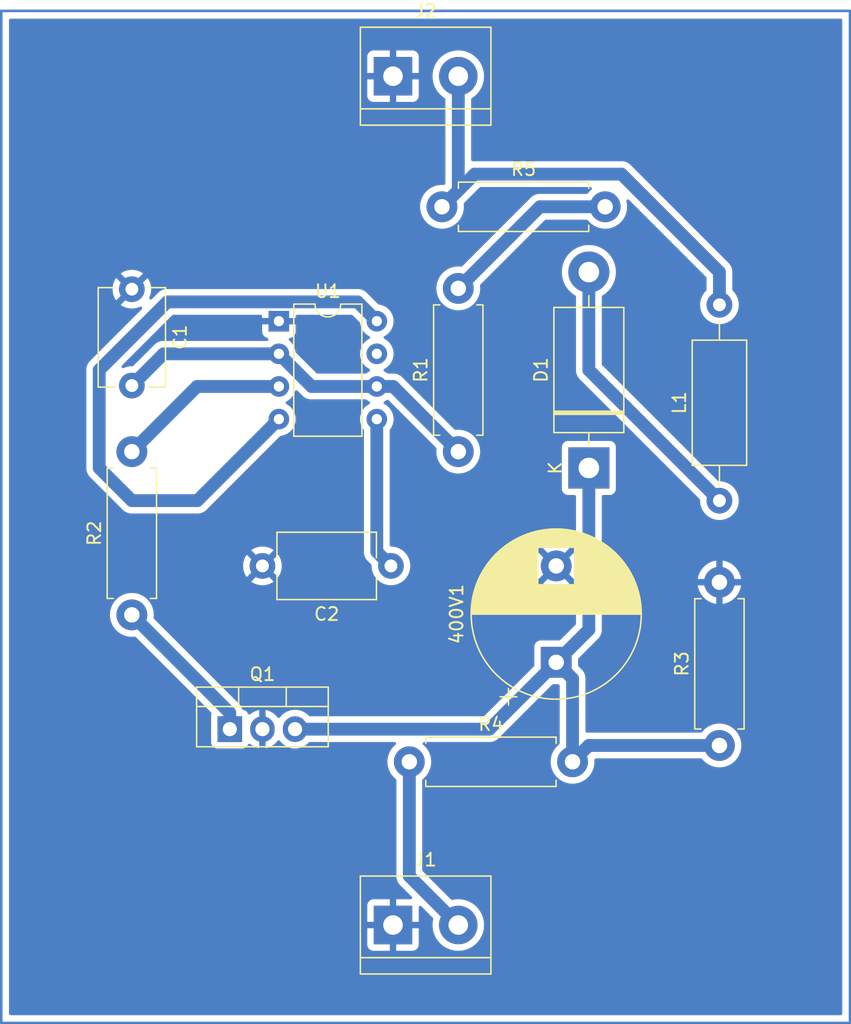
<source format=kicad_pcb>
(kicad_pcb (version 20221018) (generator pcbnew)
  (title_block (title "Zener and Led Tester ") (date "21.12.2022") (rev "1.0") (company "by Muxtar_Safarov"))
  (layers (0 "F.Cu" signal) (31 "B.Cu" signal) (34 "B.Paste" user) (35 "F.Paste" user) (36 "B.SilkS" user "B.Silkscreen") (37 "F.SilkS" user "F.Silkscreen") (38 "B.Mask" user) (39 "F.Mask" user) (44 "Edge.Cuts" user))
  (net 0 "")
  (net 1 "Net-(D1-K)")
  (net 2 "Earth")
  (net 3 "Net-(U1-THR)")
  (net 4 "Net-(U1-CV)")
  (net 5 "Net-(D1-A)")
  (net 6 "Vin")
  (net 7 "+5V")
  (net 8 "Net-(Q1-G)")
  (net 9 "Net-(U1-DIS)")
  (net 10 "out")
  (footprint "Inductor_THT:L_Axial_L9.5mm_D4.0mm_P15.24mm_Horizontal_Fastron_SMCC" (layer "F.Cu") (at 144.78 99.065 90)
    (fp_text reference "L1" (at 7.62 -3.12 90) (layer "F.SilkS"))
    (fp_text value "470uH")
    (fp_line (start 1.24 0) (end 2.75 0) (stroke (width 0.12)) (layer "F.SilkS"))
    (fp_line (start 2.75 -2.12) (end 2.75 2.12) (stroke (width 0.12)) (layer "F.SilkS"))
    (fp_line (start 2.75 2.12) (end 12.49 2.12) (stroke (width 0.12)) (layer "F.SilkS"))
    (fp_line (start 12.49 -2.12) (end 2.75 -2.12) (stroke (width 0.12)) (layer "F.SilkS"))
    (fp_line (start 12.49 2.12) (end 12.49 -2.12) (stroke (width 0.12)) (layer "F.SilkS"))
    (fp_line (start 14 0) (end 12.49 0) (stroke (width 0.12)) (layer "F.SilkS"))
    (pad "1" thru_hole circle (at 0 0 90) (size 2 2) (drill 1) (layers "*.Cu" "*.Mask") (net 5 "Net-(D1-A)"))
    (pad "2" thru_hole oval (at 15.24 0 90) (size 2 2) (drill 1) (layers "*.Cu" "*.Mask") (net 7 "+5V"))
  )
  (footprint "TerminalBlock:TerminalBlock_bornier-2_P5.08mm" (layer "F.Cu") (at 119.38 66.04)
    (fp_text reference "J2" (at 2.54 -5.08) (layer "F.SilkS"))
    (fp_text value "Power supply")
    (fp_line (start -2.54 -3.81) (end -2.54 3.81) (stroke (width 0.12)) (layer "F.SilkS"))
    (fp_line (start -2.54 3.81) (end 7.62 3.81) (stroke (width 0.12)) (layer "F.SilkS"))
    (fp_line (start 7.62 -3.81) (end -2.54 -3.81) (stroke (width 0.12)) (layer "F.SilkS"))
    (fp_line (start 7.62 2.54) (end -2.54 2.54) (stroke (width 0.12)) (layer "F.SilkS"))
    (fp_line (start 7.62 3.81) (end 7.62 -3.81) (stroke (width 0.12)) (layer "F.SilkS"))
    (pad "1" thru_hole rect (at 0 0) (size 3 3) (drill 1.52) (layers "*.Cu" "*.Mask") (net 2 "Earth"))
    (pad "2" thru_hole circle (at 5.08 0) (size 3 3) (drill 1.52) (layers "*.Cu" "*.Mask") (net 7 "+5V"))
  )
  (footprint "Resistor_THT:R_Axial_DIN0411_L9.9mm_D3.6mm_P12.70mm_Horizontal" (layer "F.Cu") (at 99.06 107.95 90)
    (fp_text reference "R2" (at 6.35 -2.92 90) (layer "F.SilkS"))
    (fp_text value "10R")
    (fp_line (start 1.28 -1.92) (end 11.42 -1.92) (stroke (width 0.12)) (layer "F.SilkS"))
    (fp_line (start 1.28 -1.44) (end 1.28 -1.92) (stroke (width 0.12)) (layer "F.SilkS"))
    (fp_line (start 1.28 1.44) (end 1.28 1.92) (stroke (width 0.12)) (layer "F.SilkS"))
    (fp_line (start 1.28 1.92) (end 11.42 1.92) (stroke (width 0.12)) (layer "F.SilkS"))
    (fp_line (start 11.42 -1.92) (end 11.42 -1.44) (stroke (width 0.12)) (layer "F.SilkS"))
    (fp_line (start 11.42 1.92) (end 11.42 1.44) (stroke (width 0.12)) (layer "F.SilkS"))
    (pad "1" thru_hole circle (at 0 0 90) (size 2.4 2.4) (drill 1.2) (layers "*.Cu" "*.Mask") (net 8 "Net-(Q1-G)"))
    (pad "2" thru_hole oval (at 12.7 0 90) (size 2.4 2.4) (drill 1.2) (layers "*.Cu" "*.Mask") (net 10 "out"))
  )
  (footprint "Resistor_THT:R_Axial_DIN0411_L9.9mm_D3.6mm_P12.70mm_Horizontal" (layer "F.Cu") (at 124.46 95.25 90)
    (fp_text reference "R1" (at 6.35 -2.92 90) (layer "F.SilkS"))
    (fp_text value "10K")
    (fp_line (start 1.28 -1.92) (end 11.42 -1.92) (stroke (width 0.12)) (layer "F.SilkS"))
    (fp_line (start 1.28 -1.44) (end 1.28 -1.92) (stroke (width 0.12)) (layer "F.SilkS"))
    (fp_line (start 1.28 1.44) (end 1.28 1.92) (stroke (width 0.12)) (layer "F.SilkS"))
    (fp_line (start 1.28 1.92) (end 11.42 1.92) (stroke (width 0.12)) (layer "F.SilkS"))
    (fp_line (start 11.42 -1.92) (end 11.42 -1.44) (stroke (width 0.12)) (layer "F.SilkS"))
    (fp_line (start 11.42 1.92) (end 11.42 1.44) (stroke (width 0.12)) (layer "F.SilkS"))
    (pad "1" thru_hole circle (at 0 0 90) (size 2.4 2.4) (drill 1.2) (layers "*.Cu" "*.Mask") (net 3 "Net-(U1-THR)"))
    (pad "2" thru_hole oval (at 12.7 0 90) (size 2.4 2.4) (drill 1.2) (layers "*.Cu" "*.Mask") (net 9 "Net-(U1-DIS)"))
  )
  (footprint "Package_TO_SOT_THT:TO-220-3_Vertical" (layer "F.Cu") (at 106.68 116.84)
    (fp_text reference "Q1" (at 2.54 -4.27) (layer "F.SilkS"))
    (fp_text value "IRF840")
    (fp_line (start -2.58 -3.27) (end -2.58 1.371) (stroke (width 0.12)) (layer "F.SilkS"))
    (fp_line (start -2.58 -3.27) (end 7.66 -3.27) (stroke (width 0.12)) (layer "F.SilkS"))
    (fp_line (start -2.58 -1.76) (end 7.66 -1.76) (stroke (width 0.12)) (layer "F.SilkS"))
    (fp_line (start -2.58 1.371) (end 7.66 1.371) (stroke (width 0.12)) (layer "F.SilkS"))
    (fp_line (start 0.69 -3.27) (end 0.69 -1.76) (stroke (width 0.12)) (layer "F.SilkS"))
    (fp_line (start 4.391 -3.27) (end 4.391 -1.76) (stroke (width 0.12)) (layer "F.SilkS"))
    (fp_line (start 7.66 -3.27) (end 7.66 1.371) (stroke (width 0.12)) (layer "F.SilkS"))
    (pad "1" thru_hole rect (at 0 0) (size 1.905 2) (drill 1.1) (layers "*.Cu" "*.Mask") (net 8 "Net-(Q1-G)"))
    (pad "2" thru_hole oval (at 2.54 0) (size 1.905 2) (drill 1.1) (layers "*.Cu" "*.Mask") (net 2 "Earth"))
    (pad "3" thru_hole oval (at 5.08 0) (size 1.905 2) (drill 1.1) (layers "*.Cu" "*.Mask") (net 1 "Net-(D1-K)"))
  )
  (footprint "Capacitor_THT:CP_Radial_D13.0mm_P7.50mm" (layer "F.Cu") (at 132.08 111.64 90)
    (fp_text reference "400V1" (at 3.75 -7.75 90) (layer "F.SilkS"))
    (fp_text value "2,2uF")
    (fp_line (start -3.334569 -3.715) (end -2.034569 -3.715) (stroke (width 0.12)) (layer "F.SilkS"))
    (fp_line (start -2.684569 -4.365) (end -2.684569 -3.065) (stroke (width 0.12)) (layer "F.SilkS"))
    (fp_line (start 3.75 -6.58) (end 3.75 6.58) (stroke (width 0.12)) (layer "F.SilkS"))
    (fp_line (start 3.79 -6.58) (end 3.79 6.58) (stroke (width 0.12)) (layer "F.SilkS"))
    (fp_line (start 3.83 -6.58) (end 3.83 6.58) (stroke (width 0.12)) (layer "F.SilkS"))
    (fp_line (start 3.87 -6.579) (end 3.87 6.579) (stroke (width 0.12)) (layer "F.SilkS"))
    (fp_line (start 3.91 -6.579) (end 3.91 6.579) (stroke (width 0.12)) (layer "F.SilkS"))
    (fp_line (start 3.95 -6.577) (end 3.95 6.577) (stroke (width 0.12)) (layer "F.SilkS"))
    (fp_line (start 3.99 -6.576) (end 3.99 6.576) (stroke (width 0.12)) (layer "F.SilkS"))
    (fp_line (start 4.03 -6.575) (end 4.03 6.575) (stroke (width 0.12)) (layer "F.SilkS"))
    (fp_line (start 4.07 -6.573) (end 4.07 6.573) (stroke (width 0.12)) (layer "F.SilkS"))
    (fp_line (start 4.11 -6.571) (end 4.11 6.571) (stroke (width 0.12)) (layer "F.SilkS"))
    (fp_line (start 4.15 -6.568) (end 4.15 6.568) (stroke (width 0.12)) (layer "F.SilkS"))
    (fp_line (start 4.19 -6.566) (end 4.19 6.566) (stroke (width 0.12)) (layer "F.SilkS"))
    (fp_line (start 4.23 -6.563) (end 4.23 6.563) (stroke (width 0.12)) (layer "F.SilkS"))
    (fp_line (start 4.27 -6.56) (end 4.27 6.56) (stroke (width 0.12)) (layer "F.SilkS"))
    (fp_line (start 4.31 -6.557) (end 4.31 6.557) (stroke (width 0.12)) (layer "F.SilkS"))
    (fp_line (start 4.35 -6.553) (end 4.35 6.553) (stroke (width 0.12)) (layer "F.SilkS"))
    (fp_line (start 4.39 -6.549) (end 4.39 6.549) (stroke (width 0.12)) (layer "F.SilkS"))
    (fp_line (start 4.43 -6.545) (end 4.43 6.545) (stroke (width 0.12)) (layer "F.SilkS"))
    (fp_line (start 4.471 -6.541) (end 4.471 6.541) (stroke (width 0.12)) (layer "F.SilkS"))
    (fp_line (start 4.511 -6.537) (end 4.511 6.537) (stroke (width 0.12)) (layer "F.SilkS"))
    (fp_line (start 4.551 -6.532) (end 4.551 6.532) (stroke (width 0.12)) (layer "F.SilkS"))
    (fp_line (start 4.591 -6.527) (end 4.591 6.527) (stroke (width 0.12)) (layer "F.SilkS"))
    (fp_line (start 4.631 -6.522) (end 4.631 6.522) (stroke (width 0.12)) (layer "F.SilkS"))
    (fp_line (start 4.671 -6.516) (end 4.671 6.516) (stroke (width 0.12)) (layer "F.SilkS"))
    (fp_line (start 4.711 -6.511) (end 4.711 6.511) (stroke (width 0.12)) (layer "F.SilkS"))
    (fp_line (start 4.751 -6.505) (end 4.751 6.505) (stroke (width 0.12)) (layer "F.SilkS"))
    (fp_line (start 4.791 -6.498) (end 4.791 6.498) (stroke (width 0.12)) (layer "F.SilkS"))
    (fp_line (start 4.831 -6.492) (end 4.831 6.492) (stroke (width 0.12)) (layer "F.SilkS"))
    (fp_line (start 4.871 -6.485) (end 4.871 6.485) (stroke (width 0.12)) (layer "F.SilkS"))
    (fp_line (start 4.911 -6.478) (end 4.911 6.478) (stroke (width 0.12)) (layer "F.SilkS"))
    (fp_line (start 4.951 -6.471) (end 4.951 6.471) (stroke (width 0.12)) (layer "F.SilkS"))
    (fp_line (start 4.991 -6.463) (end 4.991 6.463) (stroke (width 0.12)) (layer "F.SilkS"))
    (fp_line (start 5.031 -6.456) (end 5.031 6.456) (stroke (width 0.12)) (layer "F.SilkS"))
    (fp_line (start 5.071 -6.448) (end 5.071 6.448) (stroke (width 0.12)) (layer "F.SilkS"))
    (fp_line (start 5.111 -6.439) (end 5.111 6.439) (stroke (width 0.12)) (layer "F.SilkS"))
    (fp_line (start 5.151 -6.431) (end 5.151 6.431) (stroke (width 0.12)) (layer "F.SilkS"))
    (fp_line (start 5.191 -6.422) (end 5.191 6.422) (stroke (width 0.12)) (layer "F.SilkS"))
    (fp_line (start 5.231 -6.413) (end 5.231 6.413) (stroke (width 0.12)) (layer "F.SilkS"))
    (fp_line (start 5.271 -6.404) (end 5.271 6.404) (stroke (width 0.12)) (layer "F.SilkS"))
    (fp_line (start 5.311 -6.394) (end 5.311 6.394) (stroke (width 0.12)) (layer "F.SilkS"))
    (fp_line (start 5.351 -6.384) (end 5.351 6.384) (stroke (width 0.12)) (layer "F.SilkS"))
    (fp_line (start 5.391 -6.374) (end 5.391 6.374) (stroke (width 0.12)) (layer "F.SilkS"))
    (fp_line (start 5.431 -6.364) (end 5.431 6.364) (stroke (width 0.12)) (layer "F.SilkS"))
    (fp_line (start 5.471 -6.353) (end 5.471 6.353) (stroke (width 0.12)) (layer "F.SilkS"))
    (fp_line (start 5.511 -6.342) (end 5.511 6.342) (stroke (width 0.12)) (layer "F.SilkS"))
    (fp_line (start 5.551 -6.331) (end 5.551 6.331) (stroke (width 0.12)) (layer "F.SilkS"))
    (fp_line (start 5.591 -6.32) (end 5.591 6.32) (stroke (width 0.12)) (layer "F.SilkS"))
    (fp_line (start 5.631 -6.308) (end 5.631 6.308) (stroke (width 0.12)) (layer "F.SilkS"))
    (fp_line (start 5.671 -6.296) (end 5.671 6.296) (stroke (width 0.12)) (layer "F.SilkS"))
    (fp_line (start 5.711 -6.284) (end 5.711 6.284) (stroke (width 0.12)) (layer "F.SilkS"))
    (fp_line (start 5.751 -6.271) (end 5.751 6.271) (stroke (width 0.12)) (layer "F.SilkS"))
    (fp_line (start 5.791 -6.258) (end 5.791 6.258) (stroke (width 0.12)) (layer "F.SilkS"))
    (fp_line (start 5.831 -6.245) (end 5.831 6.245) (stroke (width 0.12)) (layer "F.SilkS"))
    (fp_line (start 5.871 -6.232) (end 5.871 6.232) (stroke (width 0.12)) (layer "F.SilkS"))
    (fp_line (start 5.911 -6.218) (end 5.911 6.218) (stroke (width 0.12)) (layer "F.SilkS"))
    (fp_line (start 5.951 -6.204) (end 5.951 6.204) (stroke (width 0.12)) (layer "F.SilkS"))
    (fp_line (start 5.991 -6.19) (end 5.991 6.19) (stroke (width 0.12)) (layer "F.SilkS"))
    (fp_line (start 6.031 -6.175) (end 6.031 6.175) (stroke (width 0.12)) (layer "F.SilkS"))
    (fp_line (start 6.071 -6.161) (end 6.071 -1.44) (stroke (width 0.12)) (layer "F.SilkS"))
    (fp_line (start 6.071 1.44) (end 6.071 6.161) (stroke (width 0.12)) (layer "F.SilkS"))
    (fp_line (start 6.111 -6.146) (end 6.111 -1.44) (stroke (width 0.12)) (layer "F.SilkS"))
    (fp_line (start 6.111 1.44) (end 6.111 6.146) (stroke (width 0.12)) (layer "F.SilkS"))
    (fp_line (start 6.151 -6.13) (end 6.151 -1.44) (stroke (width 0.12)) (layer "F.SilkS"))
    (fp_line (start 6.151 1.44) (end 6.151 6.13) (stroke (width 0.12)) (layer "F.SilkS"))
    (fp_line (start 6.191 -6.114) (end 6.191 -1.44) (stroke (width 0.12)) (layer "F.SilkS"))
    (fp_line (start 6.191 1.44) (end 6.191 6.114) (stroke (width 0.12)) (layer "F.SilkS"))
    (fp_line (start 6.231 -6.098) (end 6.231 -1.44) (stroke (width 0.12)) (layer "F.SilkS"))
    (fp_line (start 6.231 1.44) (end 6.231 6.098) (stroke (width 0.12)) (layer "F.SilkS"))
    (fp_line (start 6.271 -6.082) (end 6.271 -1.44) (stroke (width 0.12)) (layer "F.SilkS"))
    (fp_line (start 6.271 1.44) (end 6.271 6.082) (stroke (width 0.12)) (layer "F.SilkS"))
    (fp_line (start 6.311 -6.065) (end 6.311 -1.44) (stroke (width 0.12)) (layer "F.SilkS"))
    (fp_line (start 6.311 1.44) (end 6.311 6.065) (stroke (width 0.12)) (layer "F.SilkS"))
    (fp_line (start 6.351 -6.049) (end 6.351 -1.44) (stroke (width 0.12)) (layer "F.SilkS"))
    (fp_line (start 6.351 1.44) (end 6.351 6.049) (stroke (width 0.12)) (layer "F.SilkS"))
    (fp_line (start 6.391 -6.031) (end 6.391 -1.44) (stroke (width 0.12)) (layer "F.SilkS"))
    (fp_line (start 6.391 1.44) (end 6.391 6.031) (stroke (width 0.12)) (layer "F.SilkS"))
    (fp_line (start 6.431 -6.014) (end 6.431 -1.44) (stroke (width 0.12)) (layer "F.SilkS"))
    (fp_line (start 6.431 1.44) (end 6.431 6.014) (stroke (width 0.12)) (layer "F.SilkS"))
    (fp_line (start 6.471 -5.996) (end 6.471 -1.44) (stroke (width 0.12)) (layer "F.SilkS"))
    (fp_line (start 6.471 1.44) (end 6.471 5.996) (stroke (width 0.12)) (layer "F.SilkS"))
    (fp_line (start 6.511 -5.978) (end 6.511 -1.44) (stroke (width 0.12)) (layer "F.SilkS"))
    (fp_line (start 6.511 1.44) (end 6.511 5.978) (stroke (width 0.12)) (layer "F.SilkS"))
    (fp_line (start 6.551 -5.959) (end 6.551 -1.44) (stroke (width 0.12)) (layer "F.SilkS"))
    (fp_line (start 6.551 1.44) (end 6.551 5.959) (stroke (width 0.12)) (layer "F.SilkS"))
    (fp_line (start 6.591 -5.94) (end 6.591 -1.44) (stroke (width 0.12)) (layer "F.SilkS"))
    (fp_line (start 6.591 1.44) (end 6.591 5.94) (stroke (width 0.12)) (layer "F.SilkS"))
    (fp_line (start 6.631 -5.921) (end 6.631 -1.44) (stroke (width 0.12)) (layer "F.SilkS"))
    (fp_line (start 6.631 1.44) (end 6.631 5.921) (stroke (width 0.12)) (layer "F.SilkS"))
    (fp_line (start 6.671 -5.902) (end 6.671 -1.44) (stroke (width 0.12)) (layer "F.SilkS"))
    (fp_line (start 6.671 1.44) (end 6.671 5.902) (stroke (width 0.12)) (layer "F.SilkS"))
    (fp_line (start 6.711 -5.882) (end 6.711 -1.44) (stroke (width 0.12)) (layer "F.SilkS"))
    (fp_line (start 6.711 1.44) (end 6.711 5.882) (stroke (width 0.12)) (layer "F.SilkS"))
    (fp_line (start 6.751 -5.862) (end 6.751 -1.44) (stroke (width 0.12)) (layer "F.SilkS"))
    (fp_line (start 6.751 1.44) (end 6.751 5.862) (stroke (width 0.12)) (layer "F.SilkS"))
    (fp_line (start 6.791 -5.841) (end 6.791 -1.44) (stroke (width 0.12)) (layer "F.SilkS"))
    (fp_line (start 6.791 1.44) (end 6.791 5.841) (stroke (width 0.12)) (layer "F.SilkS"))
    (fp_line (start 6.831 -5.82) (end 6.831 -1.44) (stroke (width 0.12)) (layer "F.SilkS"))
    (fp_line (start 6.831 1.44) (end 6.831 5.82) (stroke (width 0.12)) (layer "F.SilkS"))
    (fp_line (start 6.871 -5.799) (end 6.871 -1.44) (stroke (width 0.12)) (layer "F.SilkS"))
    (fp_line (start 6.871 1.44) (end 6.871 5.799) (stroke (width 0.12)) (layer "F.SilkS"))
    (fp_line (start 6.911 -5.778) (end 6.911 -1.44) (stroke (width 0.12)) (layer "F.SilkS"))
    (fp_line (start 6.911 1.44) (end 6.911 5.778) (stroke (width 0.12)) (layer "F.SilkS"))
    (fp_line (start 6.951 -5.756) (end 6.951 -1.44) (stroke (width 0.12)) (layer "F.SilkS"))
    (fp_line (start 6.951 1.44) (end 6.951 5.756) (stroke (width 0.12)) (layer "F.SilkS"))
    (fp_line (start 6.991 -5.733) (end 6.991 -1.44) (stroke (width 0.12)) (layer "F.SilkS"))
    (fp_line (start 6.991 1.44) (end 6.991 5.733) (stroke (width 0.12)) (layer "F.SilkS"))
    (fp_line (start 7.031 -5.711) (end 7.031 -1.44) (stroke (width 0.12)) (layer "F.SilkS"))
    (fp_line (start 7.031 1.44) (end 7.031 5.711) (stroke (width 0.12)) (layer "F.SilkS"))
    (fp_line (start 7.071 -5.688) (end 7.071 -1.44) (stroke (width 0.12)) (layer "F.SilkS"))
    (fp_line (start 7.071 1.44) (end 7.071 5.688) (stroke (width 0.12)) (layer "F.SilkS"))
    (fp_line (start 7.111 -5.664) (end 7.111 -1.44) (stroke (width 0.12)) (layer "F.SilkS"))
    (fp_line (start 7.111 1.44) (end 7.111 5.664) (stroke (width 0.12)) (layer "F.SilkS"))
    (fp_line (start 7.151 -5.641) (end 7.151 -1.44) (stroke (width 0.12)) (layer "F.SilkS"))
    (fp_line (start 7.151 1.44) (end 7.151 5.641) (stroke (width 0.12)) (layer "F.SilkS"))
    (fp_line (start 7.191 -5.617) (end 7.191 -1.44) (stroke (width 0.12)) (layer "F.SilkS"))
    (fp_line (start 7.191 1.44) (end 7.191 5.617) (stroke (width 0.12)) (layer "F.SilkS"))
    (fp_line (start 7.231 -5.592) (end 7.231 -1.44) (stroke (width 0.12)) (layer "F.SilkS"))
    (fp_line (start 7.231 1.44) (end 7.231 5.592) (stroke (width 0.12)) (layer "F.SilkS"))
    (fp_line (start 7.271 -5.567) (end 7.271 -1.44) (stroke (width 0.12)) (layer "F.SilkS"))
    (fp_line (start 7.271 1.44) (end 7.271 5.567) (stroke (width 0.12)) (layer "F.SilkS"))
    (fp_line (start 7.311 -5.542) (end 7.311 -1.44) (stroke (width 0.12)) (layer "F.SilkS"))
    (fp_line (start 7.311 1.44) (end 7.311 5.542) (stroke (width 0.12)) (layer "F.SilkS"))
    (fp_line (start 7.351 -5.516) (end 7.351 -1.44) (stroke (width 0.12)) (layer "F.SilkS"))
    (fp_line (start 7.351 1.44) (end 7.351 5.516) (stroke (width 0.12)) (layer "F.SilkS"))
    (fp_line (start 7.391 -5.49) (end 7.391 -1.44) (stroke (width 0.12)) (layer "F.SilkS"))
    (fp_line (start 7.391 1.44) (end 7.391 5.49) (stroke (width 0.12)) (layer "F.SilkS"))
    (fp_line (start 7.431 -5.463) (end 7.431 -1.44) (stroke (width 0.12)) (layer "F.SilkS"))
    (fp_line (start 7.431 1.44) (end 7.431 5.463) (stroke (width 0.12)) (layer "F.SilkS"))
    (fp_line (start 7.471 -5.436) (end 7.471 -1.44) (stroke (width 0.12)) (layer "F.SilkS"))
    (fp_line (start 7.471 1.44) (end 7.471 5.436) (stroke (width 0.12)) (layer "F.SilkS"))
    (fp_line (start 7.511 -5.409) (end 7.511 -1.44) (stroke (width 0.12)) (layer "F.SilkS"))
    (fp_line (start 7.511 1.44) (end 7.511 5.409) (stroke (width 0.12)) (layer "F.SilkS"))
    (fp_line (start 7.551 -5.381) (end 7.551 -1.44) (stroke (width 0.12)) (layer "F.SilkS"))
    (fp_line (start 7.551 1.44) (end 7.551 5.381) (stroke (width 0.12)) (layer "F.SilkS"))
    (fp_line (start 7.591 -5.353) (end 7.591 -1.44) (stroke (width 0.12)) (layer "F.SilkS"))
    (fp_line (start 7.591 1.44) (end 7.591 5.353) (stroke (width 0.12)) (layer "F.SilkS"))
    (fp_line (start 7.631 -5.324) (end 7.631 -1.44) (stroke (width 0.12)) (layer "F.SilkS"))
    (fp_line (start 7.631 1.44) (end 7.631 5.324) (stroke (width 0.12)) (layer "F.SilkS"))
    (fp_line (start 7.671 -5.295) (end 7.671 -1.44) (stroke (width 0.12)) (layer "F.SilkS"))
    (fp_line (start 7.671 1.44) (end 7.671 5.295) (stroke (width 0.12)) (layer "F.SilkS"))
    (fp_line (start 7.711 -5.265) (end 7.711 -1.44) (stroke (width 0.12)) (layer "F.SilkS"))
    (fp_line (start 7.711 1.44) (end 7.711 5.265) (stroke (width 0.12)) (layer "F.SilkS"))
    (fp_line (start 7.751 -5.235) (end 7.751 -1.44) (stroke (width 0.12)) (layer "F.SilkS"))
    (fp_line (start 7.751 1.44) (end 7.751 5.235) (stroke (width 0.12)) (layer "F.SilkS"))
    (fp_line (start 7.791 -5.205) (end 7.791 -1.44) (stroke (width 0.12)) (layer "F.SilkS"))
    (fp_line (start 7.791 1.44) (end 7.791 5.205) (stroke (width 0.12)) (layer "F.SilkS"))
    (fp_line (start 7.831 -5.174) (end 7.831 -1.44) (stroke (width 0.12)) (layer "F.SilkS"))
    (fp_line (start 7.831 1.44) (end 7.831 5.174) (stroke (width 0.12)) (layer "F.SilkS"))
    (fp_line (start 7.871 -5.142) (end 7.871 -1.44) (stroke (width 0.12)) (layer "F.SilkS"))
    (fp_line (start 7.871 1.44) (end 7.871 5.142) (stroke (width 0.12)) (layer "F.SilkS"))
    (fp_line (start 7.911 -5.11) (end 7.911 -1.44) (stroke (width 0.12)) (layer "F.SilkS"))
    (fp_line (start 7.911 1.44) (end 7.911 5.11) (stroke (width 0.12)) (layer "F.SilkS"))
    (fp_line (start 7.951 -5.078) (end 7.951 -1.44) (stroke (width 0.12)) (layer "F.SilkS"))
    (fp_line (start 7.951 1.44) (end 7.951 5.078) (stroke (width 0.12)) (layer "F.SilkS"))
    (fp_line (start 7.991 -5.044) (end 7.991 -1.44) (stroke (width 0.12)) (layer "F.SilkS"))
    (fp_line (start 7.991 1.44) (end 7.991 5.044) (stroke (width 0.12)) (layer "F.SilkS"))
    (fp_line (start 8.031 -5.011) (end 8.031 -1.44) (stroke (width 0.12)) (layer "F.SilkS"))
    (fp_line (start 8.031 1.44) (end 8.031 5.011) (stroke (width 0.12)) (layer "F.SilkS"))
    (fp_line (start 8.071 -4.977) (end 8.071 -1.44) (stroke (width 0.12)) (layer "F.SilkS"))
    (fp_line (start 8.071 1.44) (end 8.071 4.977) (stroke (width 0.12)) (layer "F.SilkS"))
    (fp_line (start 8.111 -4.942) (end 8.111 -1.44) (stroke (width 0.12)) (layer "F.SilkS"))
    (fp_line (start 8.111 1.44) (end 8.111 4.942) (stroke (width 0.12)) (layer "F.SilkS"))
    (fp_line (start 8.151 -4.907) (end 8.151 -1.44) (stroke (width 0.12)) (layer "F.SilkS"))
    (fp_line (start 8.151 1.44) (end 8.151 4.907) (stroke (width 0.12)) (layer "F.SilkS"))
    (fp_line (start 8.191 -4.871) (end 8.191 -1.44) (stroke (width 0.12)) (layer "F.SilkS"))
    (fp_line (start 8.191 1.44) (end 8.191 4.871) (stroke (width 0.12)) (layer "F.SilkS"))
    (fp_line (start 8.231 -4.834) (end 8.231 -1.44) (stroke (width 0.12)) (layer "F.SilkS"))
    (fp_line (start 8.231 1.44) (end 8.231 4.834) (stroke (width 0.12)) (layer "F.SilkS"))
    (fp_line (start 8.271 -4.797) (end 8.271 -1.44) (stroke (width 0.12)) (layer "F.SilkS"))
    (fp_line (start 8.271 1.44) (end 8.271 4.797) (stroke (width 0.12)) (layer "F.SilkS"))
    (fp_line (start 8.311 -4.76) (end 8.311 -1.44) (stroke (width 0.12)) (layer "F.SilkS"))
    (fp_line (start 8.311 1.44) (end 8.311 4.76) (stroke (width 0.12)) (layer "F.SilkS"))
    (fp_line (start 8.351 -4.721) (end 8.351 -1.44) (stroke (width 0.12)) (layer "F.SilkS"))
    (fp_line (start 8.351 1.44) (end 8.351 4.721) (stroke (width 0.12)) (layer "F.SilkS"))
    (fp_line (start 8.391 -4.682) (end 8.391 -1.44) (stroke (width 0.12)) (layer "F.SilkS"))
    (fp_line (start 8.391 1.44) (end 8.391 4.682) (stroke (width 0.12)) (layer "F.SilkS"))
    (fp_line (start 8.431 -4.643) (end 8.431 -1.44) (stroke (width 0.12)) (layer "F.SilkS"))
    (fp_line (start 8.431 1.44) (end 8.431 4.643) (stroke (width 0.12)) (layer "F.SilkS"))
    (fp_line (start 8.471 -4.602) (end 8.471 -1.44) (stroke (width 0.12)) (layer "F.SilkS"))
    (fp_line (start 8.471 1.44) (end 8.471 4.602) (stroke (width 0.12)) (layer "F.SilkS"))
    (fp_line (start 8.511 -4.561) (end 8.511 -1.44) (stroke (width 0.12)) (layer "F.SilkS"))
    (fp_line (start 8.511 1.44) (end 8.511 4.561) (stroke (width 0.12)) (layer "F.SilkS"))
    (fp_line (start 8.551 -4.519) (end 8.551 -1.44) (stroke (width 0.12)) (layer "F.SilkS"))
    (fp_line (start 8.551 1.44) (end 8.551 4.519) (stroke (width 0.12)) (layer "F.SilkS"))
    (fp_line (start 8.591 -4.477) (end 8.591 -1.44) (stroke (width 0.12)) (layer "F.SilkS"))
    (fp_line (start 8.591 1.44) (end 8.591 4.477) (stroke (width 0.12)) (layer "F.SilkS"))
    (fp_line (start 8.631 -4.434) (end 8.631 -1.44) (stroke (width 0.12)) (layer "F.SilkS"))
    (fp_line (start 8.631 1.44) (end 8.631 4.434) (stroke (width 0.12)) (layer "F.SilkS"))
    (fp_line (start 8.671 -4.39) (end 8.671 -1.44) (stroke (width 0.12)) (layer "F.SilkS"))
    (fp_line (start 8.671 1.44) (end 8.671 4.39) (stroke (width 0.12)) (layer "F.SilkS"))
    (fp_line (start 8.711 -4.345) (end 8.711 -1.44) (stroke (width 0.12)) (layer "F.SilkS"))
    (fp_line (start 8.711 1.44) (end 8.711 4.345) (stroke (width 0.12)) (layer "F.SilkS"))
    (fp_line (start 8.751 -4.299) (end 8.751 -1.44) (stroke (width 0.12)) (layer "F.SilkS"))
    (fp_line (start 8.751 1.44) (end 8.751 4.299) (stroke (width 0.12)) (layer "F.SilkS"))
    (fp_line (start 8.791 -4.253) (end 8.791 -1.44) (stroke (width 0.12)) (layer "F.SilkS"))
    (fp_line (start 8.791 1.44) (end 8.791 4.253) (stroke (width 0.12)) (layer "F.SilkS"))
    (fp_line (start 8.831 -4.205) (end 8.831 -1.44) (stroke (width 0.12)) (layer "F.SilkS"))
    (fp_line (start 8.831 1.44) (end 8.831 4.205) (stroke (width 0.12)) (layer "F.SilkS"))
    (fp_line (start 8.871 -4.157) (end 8.871 -1.44) (stroke (width 0.12)) (layer "F.SilkS"))
    (fp_line (start 8.871 1.44) (end 8.871 4.157) (stroke (width 0.12)) (layer "F.SilkS"))
    (fp_line (start 8.911 -4.108) (end 8.911 -1.44) (stroke (width 0.12)) (layer "F.SilkS"))
    (fp_line (start 8.911 1.44) (end 8.911 4.108) (stroke (width 0.12)) (layer "F.SilkS"))
    (fp_line (start 8.951 -4.057) (end 8.951 4.057) (stroke (width 0.12)) (layer "F.SilkS"))
    (fp_line (start 8.991 -4.006) (end 8.991 4.006) (stroke (width 0.12)) (layer "F.SilkS"))
    (fp_line (start 9.031 -3.954) (end 9.031 3.954) (stroke (width 0.12)) (layer "F.SilkS"))
    (fp_line (start 9.071 -3.9) (end 9.071 3.9) (stroke (width 0.12)) (layer "F.SilkS"))
    (fp_line (start 9.111 -3.846) (end 9.111 3.846) (stroke (width 0.12)) (layer "F.SilkS"))
    (fp_line (start 9.151 -3.79) (end 9.151 3.79) (stroke (width 0.12)) (layer "F.SilkS"))
    (fp_line (start 9.191 -3.733) (end 9.191 3.733) (stroke (width 0.12)) (layer "F.SilkS"))
    (fp_line (start 9.231 -3.675) (end 9.231 3.675) (stroke (width 0.12)) (layer "F.SilkS"))
    (fp_line (start 9.271 -3.615) (end 9.271 3.615) (stroke (width 0.12)) (layer "F.SilkS"))
    (fp_line (start 9.311 -3.554) (end 9.311 3.554) (stroke (width 0.12)) (layer "F.SilkS"))
    (fp_line (start 9.351 -3.491) (end 9.351 3.491) (stroke (width 0.12)) (layer "F.SilkS"))
    (fp_line (start 9.391 -3.427) (end 9.391 3.427) (stroke (width 0.12)) (layer "F.SilkS"))
    (fp_line (start 9.431 -3.361) (end 9.431 3.361) (stroke (width 0.12)) (layer "F.SilkS"))
    (fp_line (start 9.471 -3.293) (end 9.471 3.293) (stroke (width 0.12)) (layer "F.SilkS"))
    (fp_line (start 9.511 -3.223) (end 9.511 3.223) (stroke (width 0.12)) (layer "F.SilkS"))
    (fp_line (start 9.551 -3.152) (end 9.551 3.152) (stroke (width 0.12)) (layer "F.SilkS"))
    (fp_line (start 9.591 -3.078) (end 9.591 3.078) (stroke (width 0.12)) (layer "F.SilkS"))
    (fp_line (start 9.631 -3.002) (end 9.631 3.002) (stroke (width 0.12)) (layer "F.SilkS"))
    (fp_line (start 9.671 -2.923) (end 9.671 2.923) (stroke (width 0.12)) (layer "F.SilkS"))
    (fp_line (start 9.711 -2.842) (end 9.711 2.842) (stroke (width 0.12)) (layer "F.SilkS"))
    (fp_line (start 9.751 -2.758) (end 9.751 2.758) (stroke (width 0.12)) (layer "F.SilkS"))
    (fp_line (start 9.791 -2.67) (end 9.791 2.67) (stroke (width 0.12)) (layer "F.SilkS"))
    (fp_line (start 9.831 -2.579) (end 9.831 2.579) (stroke (width 0.12)) (layer "F.SilkS"))
    (fp_line (start 9.871 -2.484) (end 9.871 2.484) (stroke (width 0.12)) (layer "F.SilkS"))
    (fp_line (start 9.911 -2.385) (end 9.911 2.385) (stroke (width 0.12)) (layer "F.SilkS"))
    (fp_line (start 9.951 -2.281) (end 9.951 2.281) (stroke (width 0.12)) (layer "F.SilkS"))
    (fp_line (start 9.991 -2.171) (end 9.991 2.171) (stroke (width 0.12)) (layer "F.SilkS"))
    (fp_line (start 10.031 -2.055) (end 10.031 2.055) (stroke (width 0.12)) (layer "F.SilkS"))
    (fp_line (start 10.071 -1.931) (end 10.071 1.931) (stroke (width 0.12)) (layer "F.SilkS"))
    (fp_line (start 10.111 -1.798) (end 10.111 1.798) (stroke (width 0.12)) (layer "F.SilkS"))
    (fp_line (start 10.151 -1.653) (end 10.151 1.653) (stroke (width 0.12)) (layer "F.SilkS"))
    (fp_line (start 10.191 -1.494) (end 10.191 1.494) (stroke (width 0.12)) (layer "F.SilkS"))
    (fp_line (start 10.231 -1.315) (end 10.231 1.315) (stroke (width 0.12)) (layer "F.SilkS"))
    (fp_line (start 10.271 -1.107) (end 10.271 1.107) (stroke (width 0.12)) (layer "F.SilkS"))
    (fp_line (start 10.311 -0.85) (end 10.311 0.85) (stroke (width 0.12)) (layer "F.SilkS"))
    (fp_line (start 10.351 -0.475) (end 10.351 0.475) (stroke (width 0.12)) (layer "F.SilkS"))
    (fp_circle (center 3.75 0) (end 10.37 0) (stroke (width 0.12)) (fill none) (layer "F.SilkS"))
    (pad "1" thru_hole rect (at 0 0 90) (size 2.4 2.4) (drill 1.2) (layers "*.Cu" "*.Mask") (net 1 "Net-(D1-K)"))
    (pad "2" thru_hole circle (at 7.5 0 90) (size 2.4 2.4) (drill 1.2) (layers "*.Cu" "*.Mask") (net 2 "Earth"))
  )
  (footprint "Resistor_THT:R_Axial_DIN0411_L9.9mm_D3.6mm_P12.70mm_Horizontal" (layer "F.Cu") (at 120.65 119.38)
    (fp_text reference "R4" (at 6.35 -2.92) (layer "F.SilkS"))
    (fp_text value "150K")
    (fp_line (start 1.28 -1.92) (end 11.42 -1.92) (stroke (width 0.12)) (layer "F.SilkS"))
    (fp_line (start 1.28 -1.44) (end 1.28 -1.92) (stroke (width 0.12)) (layer "F.SilkS"))
    (fp_line (start 1.28 1.44) (end 1.28 1.92) (stroke (width 0.12)) (layer "F.SilkS"))
    (fp_line (start 1.28 1.92) (end 11.42 1.92) (stroke (width 0.12)) (layer "F.SilkS"))
    (fp_line (start 11.42 -1.92) (end 11.42 -1.44) (stroke (width 0.12)) (layer "F.SilkS"))
    (fp_line (start 11.42 1.92) (end 11.42 1.44) (stroke (width 0.12)) (layer "F.SilkS"))
    (pad "1" thru_hole circle (at 0 0) (size 2.4 2.4) (drill 1.2) (layers "*.Cu" "*.Mask") (net 6 "Vin"))
    (pad "2" thru_hole oval (at 12.7 0) (size 2.4 2.4) (drill 1.2) (layers "*.Cu" "*.Mask") (net 1 "Net-(D1-K)"))
  )
  (footprint "Package_DIP:DIP-8_W7.62mm" (layer "F.Cu") (at 110.5 85.1)
    (fp_text reference "U1" (at 3.81 -2.33) (layer "F.SilkS"))
    (fp_text value "NE555P")
    (fp_line (start 1.16 -1.33) (end 1.16 8.95) (stroke (width 0.12)) (layer "F.SilkS"))
    (fp_line (start 1.16 8.95) (end 6.46 8.95) (stroke (width 0.12)) (layer "F.SilkS"))
    (fp_line (start 2.81 -1.33) (end 1.16 -1.33) (stroke (width 0.12)) (layer "F.SilkS"))
    (fp_line (start 6.46 -1.33) (end 4.81 -1.33) (stroke (width 0.12)) (layer "F.SilkS"))
    (fp_line (start 6.46 8.95) (end 6.46 -1.33) (stroke (width 0.12)) (layer "F.SilkS"))
    (fp_arc (start 4.81 -1.33) (mid 3.81 -0.33) (end 2.81 -1.33) (stroke (width 0.12)) (layer "F.SilkS"))
    (pad "1" thru_hole rect (at 0 0) (size 1.6 1.6) (drill 0.8) (layers "*.Cu" "*.Mask") (net 2 "Earth"))
    (pad "2" thru_hole oval (at 0 2.54) (size 1.6 1.6) (drill 0.8) (layers "*.Cu" "*.Mask") (net 3 "Net-(U1-THR)"))
    (pad "3" thru_hole oval (at 0 5.08) (size 1.6 1.6) (drill 0.8) (layers "*.Cu" "*.Mask") (net 10 "out"))
    (pad "4" thru_hole oval (at 0 7.62) (size 1.6 1.6) (drill 0.8) (layers "*.Cu" "*.Mask") (net 7 "+5V"))
    (pad "5" thru_hole oval (at 7.62 7.62) (size 1.6 1.6) (drill 0.8) (layers "*.Cu" "*.Mask") (net 4 "Net-(U1-CV)"))
    (pad "6" thru_hole oval (at 7.62 5.08) (size 1.6 1.6) (drill 0.8) (layers "*.Cu" "*.Mask") (net 3 "Net-(U1-THR)"))
    (pad "7" thru_hole oval (at 7.62 2.54) (size 1.6 1.6) (drill 0.8) (layers "*.Cu" "*.Mask") (net 9 "Net-(U1-DIS)"))
    (pad "8" thru_hole oval (at 7.62 0) (size 1.6 1.6) (drill 0.8) (layers "*.Cu" "*.Mask") (net 7 "+5V"))
  )
  (footprint "Capacitor_THT:C_Disc_D7.5mm_W5.0mm_P10.00mm" (layer "F.Cu") (at 119.22 104.14 180)
    (fp_text reference "C2" (at 5 -3.75) (layer "F.SilkS"))
    (fp_text value "10nF")
    (fp_line (start 1.13 -2.62) (end 1.13 -0.636) (stroke (width 0.12)) (layer "F.SilkS"))
    (fp_line (start 1.13 -2.62) (end 8.87 -2.62) (stroke (width 0.12)) (layer "F.SilkS"))
    (fp_line (start 1.13 0.636) (end 1.13 2.62) (stroke (width 0.12)) (layer "F.SilkS"))
    (fp_line (start 1.13 2.62) (end 8.87 2.62) (stroke (width 0.12)) (layer "F.SilkS"))
    (fp_line (start 8.87 -2.62) (end 8.87 -0.636) (stroke (width 0.12)) (layer "F.SilkS"))
    (fp_line (start 8.87 0.636) (end 8.87 2.62) (stroke (width 0.12)) (layer "F.SilkS"))
    (pad "1" thru_hole circle (at 0 0 180) (size 2 2) (drill 1) (layers "*.Cu" "*.Mask") (net 4 "Net-(U1-CV)"))
    (pad "2" thru_hole circle (at 10 0 180) (size 2 2) (drill 1) (layers "*.Cu" "*.Mask") (net 2 "Earth"))
  )
  (footprint "Resistor_THT:R_Axial_DIN0411_L9.9mm_D3.6mm_P12.70mm_Horizontal" (layer "F.Cu") (at 123.19 76.2)
    (fp_text reference "R5" (at 6.35 -2.92) (layer "F.SilkS"))
    (fp_text value "47K")
    (fp_line (start 1.28 -1.92) (end 11.42 -1.92) (stroke (width 0.12)) (layer "F.SilkS"))
    (fp_line (start 1.28 -1.44) (end 1.28 -1.92) (stroke (width 0.12)) (layer "F.SilkS"))
    (fp_line (start 1.28 1.44) (end 1.28 1.92) (stroke (width 0.12)) (layer "F.SilkS"))
    (fp_line (start 1.28 1.92) (end 11.42 1.92) (stroke (width 0.12)) (layer "F.SilkS"))
    (fp_line (start 11.42 -1.92) (end 11.42 -1.44) (stroke (width 0.12)) (layer "F.SilkS"))
    (fp_line (start 11.42 1.92) (end 11.42 1.44) (stroke (width 0.12)) (layer "F.SilkS"))
    (pad "1" thru_hole circle (at 0 0) (size 2.4 2.4) (drill 1.2) (layers "*.Cu" "*.Mask") (net 7 "+5V"))
    (pad "2" thru_hole oval (at 12.7 0) (size 2.4 2.4) (drill 1.2) (layers "*.Cu" "*.Mask") (net 9 "Net-(U1-DIS)"))
  )
  (footprint "TerminalBlock:TerminalBlock_bornier-2_P5.08mm" (layer "F.Cu") (at 119.38 132.08)
    (fp_text reference "J1" (at 2.54 -5.08) (layer "F.SilkS"))
    (fp_text value "Load")
    (fp_line (start -2.54 -3.81) (end -2.54 3.81) (stroke (width 0.12)) (layer "F.SilkS"))
    (fp_line (start -2.54 3.81) (end 7.62 3.81) (stroke (width 0.12)) (layer "F.SilkS"))
    (fp_line (start 7.62 -3.81) (end -2.54 -3.81) (stroke (width 0.12)) (layer "F.SilkS"))
    (fp_line (start 7.62 2.54) (end -2.54 2.54) (stroke (width 0.12)) (layer "F.SilkS"))
    (fp_line (start 7.62 3.81) (end 7.62 -3.81) (stroke (width 0.12)) (layer "F.SilkS"))
    (pad "1" thru_hole rect (at 0 0) (size 3 3) (drill 1.52) (layers "*.Cu" "*.Mask") (net 2 "Earth"))
    (pad "2" thru_hole circle (at 5.08 0) (size 3 3) (drill 1.52) (layers "*.Cu" "*.Mask") (net 6 "Vin"))
  )
  (footprint "Resistor_THT:R_Axial_DIN0411_L9.9mm_D3.6mm_P12.70mm_Horizontal" (layer "F.Cu") (at 144.78 118.11 90)
    (fp_text reference "R3" (at 6.35 -2.92 90) (layer "F.SilkS"))
    (fp_text value "330K")
    (fp_line (start 1.28 -1.92) (end 11.42 -1.92) (stroke (width 0.12)) (layer "F.SilkS"))
    (fp_line (start 1.28 -1.44) (end 1.28 -1.92) (stroke (width 0.12)) (layer "F.SilkS"))
    (fp_line (start 1.28 1.44) (end 1.28 1.92) (stroke (width 0.12)) (layer "F.SilkS"))
    (fp_line (start 1.28 1.92) (end 11.42 1.92) (stroke (width 0.12)) (layer "F.SilkS"))
    (fp_line (start 11.42 -1.92) (end 11.42 -1.44) (stroke (width 0.12)) (layer "F.SilkS"))
    (fp_line (start 11.42 1.92) (end 11.42 1.44) (stroke (width 0.12)) (layer "F.SilkS"))
    (pad "1" thru_hole circle (at 0 0 90) (size 2.4 2.4) (drill 1.2) (layers "*.Cu" "*.Mask") (net 1 "Net-(D1-K)"))
    (pad "2" thru_hole oval (at 12.7 0 90) (size 2.4 2.4) (drill 1.2) (layers "*.Cu" "*.Mask") (net 2 "Earth"))
  )
  (footprint "Capacitor_THT:C_Disc_D7.5mm_W5.0mm_P7.50mm" (layer "F.Cu") (at 99.06 82.61 -90)
    (fp_text reference "C1" (at 3.75 -3.75 90) (layer "F.SilkS"))
    (fp_text value "1nF")
    (fp_line (start -0.12 -2.62) (end -0.12 -1.256) (stroke (width 0.12)) (layer "F.SilkS"))
    (fp_line (start -0.12 -2.62) (end 7.62 -2.62) (stroke (width 0.12)) (layer "F.SilkS"))
    (fp_line (start -0.12 1.256) (end -0.12 2.62) (stroke (width 0.12)) (layer "F.SilkS"))
    (fp_line (start -0.12 2.62) (end 7.62 2.62) (stroke (width 0.12)) (layer "F.SilkS"))
    (fp_line (start 7.62 -2.62) (end 7.62 -1.256) (stroke (width 0.12)) (layer "F.SilkS"))
    (fp_line (start 7.62 1.256) (end 7.62 2.62) (stroke (width 0.12)) (layer "F.SilkS"))
    (pad "1" thru_hole circle (at 0 0 270) (size 2 2) (drill 1) (layers "*.Cu" "*.Mask") (net 2 "Earth"))
    (pad "2" thru_hole circle (at 7.5 0 270) (size 2 2) (drill 1) (layers "*.Cu" "*.Mask") (net 3 "Net-(U1-THR)"))
  )
  (footprint "Diode_THT:D_DO-201AD_P15.24mm_Horizontal" (layer "F.Cu") (at 134.62 96.52 90)
    (fp_text reference "D1" (at 7.62 -3.72 90) (layer "F.SilkS"))
    (fp_text value "UF5401")
    (fp_text user "K" (at 0 -2.6 90) (layer "F.SilkS"))
    (fp_line (start 1.84 0) (end 2.75 0) (stroke (width 0.12)) (layer "F.SilkS"))
    (fp_line (start 2.75 -2.72) (end 2.75 2.72) (stroke (width 0.12)) (layer "F.SilkS"))
    (fp_line (start 2.75 2.72) (end 12.49 2.72) (stroke (width 0.12)) (layer "F.SilkS"))
    (fp_line (start 4.175 -2.72) (end 4.175 2.72) (stroke (width 0.12)) (layer "F.SilkS"))
    (fp_line (start 4.295 -2.72) (end 4.295 2.72) (stroke (width 0.12)) (layer "F.SilkS"))
    (fp_line (start 4.415 -2.72) (end 4.415 2.72) (stroke (width 0.12)) (layer "F.SilkS"))
    (fp_line (start 12.49 -2.72) (end 2.75 -2.72) (stroke (width 0.12)) (layer "F.SilkS"))
    (fp_line (start 12.49 2.72) (end 12.49 -2.72) (stroke (width 0.12)) (layer "F.SilkS"))
    (fp_line (start 13.4 0) (end 12.49 0) (stroke (width 0.12)) (layer "F.SilkS"))
    (pad "1" thru_hole rect (at 0 0 90) (size 3.2 3.2) (drill 1.6) (layers "*.Cu" "*.Mask") (net 1 "Net-(D1-K)"))
    (pad "2" thru_hole oval (at 15.24 0 90) (size 3.2 3.2) (drill 1.6) (layers "*.Cu" "*.Mask") (net 5 "Net-(D1-A)"))
  )
  (gr_rect (start 88.9 60.96) (end 154.94 139.7) (stroke (width 0.2)) (fill none) (layer "B.Cu"))
  (segment (start 134.62 118.11) (end 133.35 119.38) (width 1) (layer "B.Cu") (net 1))
  (segment (start 133.35 119.38) (end 133.35 112.91) (width 1) (layer "B.Cu") (net 1))
  (segment (start 133.35 112.91) (end 132.08 111.64) (width 1) (layer "B.Cu") (net 1))
  (segment (start 134.62 109.1) (end 132.08 111.64) (width 1) (layer "B.Cu") (net 1))
  (segment (start 111.76 116.84) (end 126.88 116.84) (width 1) (layer "B.Cu") (net 1))
  (segment (start 134.62 96.52) (end 134.62 109.1) (width 1) (layer "B.Cu") (net 1))
  (segment (start 144.78 118.11) (end 134.62 118.11) (width 1) (layer "B.Cu") (net 1))
  (segment (start 126.88 116.84) (end 132.08 111.64) (width 1) (layer "B.Cu") (net 1))
  (segment (start 101.53 87.64) (end 99.06 90.11) (width 1) (layer "B.Cu") (net 3))
  (segment (start 118.12 90.18) (end 113.04 90.18) (width 1) (layer "B.Cu") (net 3))
  (segment (start 119.39 90.18) (end 124.46 95.25) (width 1) (layer "B.Cu") (net 3))
  (segment (start 118.12 90.18) (end 119.39 90.18) (width 1) (layer "B.Cu") (net 3))
  (segment (start 110.5 87.64) (end 101.53 87.64) (width 1) (layer "B.Cu") (net 3))
  (segment (start 113.04 90.18) (end 110.5 87.64) (width 1) (layer "B.Cu") (net 3))
  (segment (start 118.12 103.04) (end 119.22 104.14) (width 1) (layer "B.Cu") (net 4))
  (segment (start 118.12 92.72) (end 118.12 103.04) (width 1) (layer "B.Cu") (net 4))
  (segment (start 134.62 81.28) (end 134.62 88.905) (width 1) (layer "B.Cu") (net 5))
  (segment (start 134.62 88.905) (end 144.78 99.065) (width 1) (layer "B.Cu") (net 5))
  (segment (start 120.65 128.27) (end 124.46 132.08) (width 1) (layer "B.Cu") (net 6))
  (segment (start 120.65 119.38) (end 120.65 128.27) (width 1) (layer "B.Cu") (net 6))
  (segment (start 125.73 73.66) (end 123.19 76.2) (width 1) (layer "B.Cu") (net 7))
  (segment (start 96.52 96.52) (end 99.06 99.06) (width 1) (layer "B.Cu") (net 7))
  (segment (start 96.52 88.9) (end 96.52 96.52) (width 1) (layer "B.Cu") (net 7))
  (segment (start 104.16 99.06) (end 110.5 92.72) (width 1) (layer "B.Cu") (net 7))
  (segment (start 124.46 74.93) (end 123.19 76.2) (width 1) (layer "B.Cu") (net 7))
  (segment (start 144.78 81.28) (end 137.16 73.66) (width 1) (layer "B.Cu") (net 7))
  (segment (start 124.46 66.04) (end 124.46 74.93) (width 1) (layer "B.Cu") (net 7))
  (segment (start 101.82 83.6) (end 96.52 88.9) (width 1) (layer "B.Cu") (net 7))
  (segment (start 144.78 83.825) (end 144.78 81.28) (width 1) (layer "B.Cu") (net 7))
  (segment (start 116.62 83.6) (end 101.82 83.6) (width 1) (layer "B.Cu") (net 7))
  (segment (start 137.16 73.66) (end 125.73 73.66) (width 1) (layer "B.Cu") (net 7))
  (segment (start 99.06 99.06) (end 104.16 99.06) (width 1) (layer "B.Cu") (net 7))
  (segment (start 118.12 85.1) (end 116.62 83.6) (width 1) (layer "B.Cu") (net 7))
  (segment (start 99.06 107.95) (end 106.68 115.57) (width 1) (layer "B.Cu") (net 8))
  (segment (start 106.68 115.57) (end 106.68 116.84) (width 1) (layer "B.Cu") (net 8))
  (segment (start 130.81 76.2) (end 124.46 82.55) (width 1) (layer "B.Cu") (net 9))
  (segment (start 135.89 76.2) (end 130.81 76.2) (width 1) (layer "B.Cu") (net 9))
  (segment (start 104.13 90.18) (end 99.06 95.25) (width 1) (layer "B.Cu") (net 10))
  (segment (start 110.5 90.18) (end 104.13 90.18) (width 1) (layer "B.Cu") (net 10))
  (zone (net 2) (net_name "Earth") (layer "B.Cu") (connect_pads (clearance 0.5)) (min_thickness 0.25) (fill yes (thermal_gap 0.5) (thermal_bridge_width 0.5))
    (polygon (pts (xy 88.9 60.96) (xy 88.9 139.7) (xy 154.94 139.7) (xy 154.94 60.96)))
  )
)
</source>
